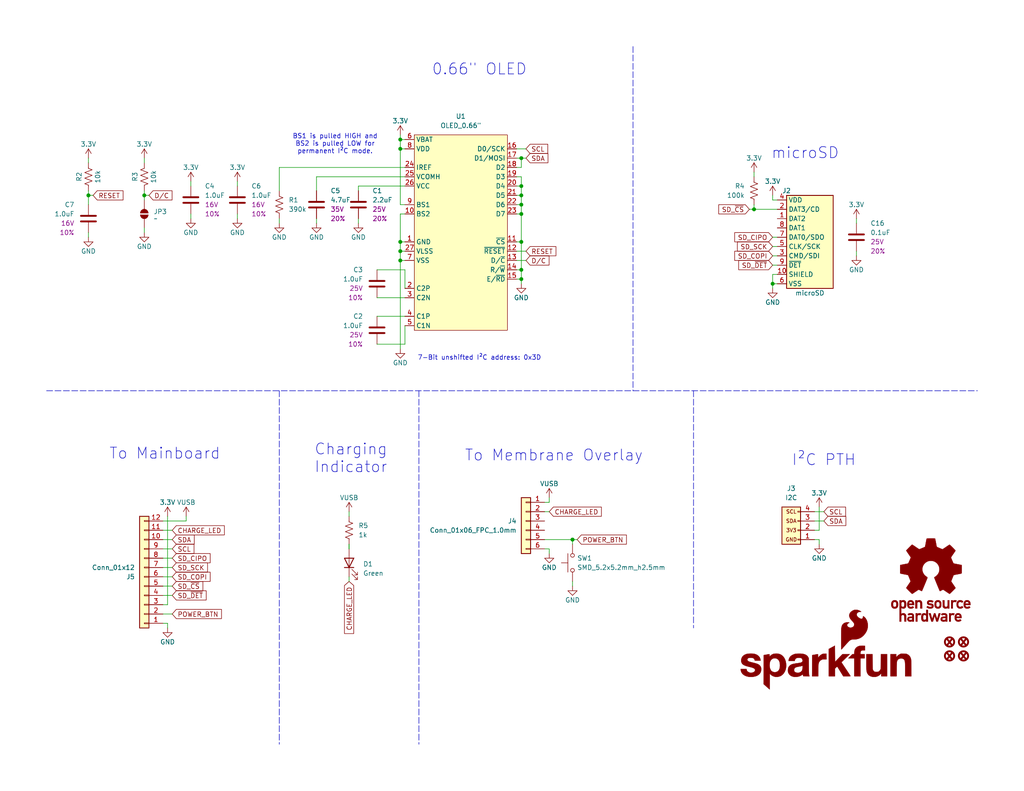
<source format=kicad_sch>
(kicad_sch (version 20231120) (generator "eeschema") (generator_version "8.0")
  (paper "USLetter")
  (title_block (title "SparkFun RTK Facet Display") (date "2024-09-16") (rev "v19") (comment 1 "Designed by: N. Seidle"))
  (lib_symbols
    (symbol "SparkFun-Aesthetic:Fiducial_0.5mm"
      (symbol "Fiducial_0.5mm_1_1"
        (text "x" (at 0 0.254 0) (effects (font (size 2.5 2.5) (bold yes))))
      )
    )
    (symbol "SparkFun-Aesthetic:OSHW_Logo" (pin_names (offset 1.016)) (in_bom no))
    (symbol "SparkFun-Aesthetic:SparkFun_Logo" (pin_names (offset 1.016)) (on_board no))
    (symbol "SparkFun-Capacitor:0.1uF_0603_25V_20%" (pin_numbers hide) (pin_names (offset 0.254))
      (property "Reference" "C" (at 0.635 2.54 0))
      (property "Value" "0.1uF" (at 0.635 -2.54 0))
      (property "Voltage" "25V" (at 0 -6.35 0))
      (property "Tolerance" "20%" (at 0 -8.89 0))
      (symbol "0.1uF_0603_25V_20%_1_1"
        (pin passive line (at 0 3.81 270) (length 2.794) (name "~") (number "1"))
        (pin passive line (at 0 -3.81 90) (length 2.794) (name "~") (number "2"))
      )
    )
    (symbol "SparkFun-Capacitor:1.0uF_0603_16V_10%" (pin_numbers hide) (pin_names (offset 0.254))
      (property "Reference" "C" (at 0.635 2.54 0))
      (property "Value" "1.0uF" (at 0.635 -2.54 0))
      (property "Voltage" "16V" (at 0 -6.35 0))
      (property "Tolerance" "10%" (at 0 -8.89 0))
      (symbol "1.0uF_0603_16V_10%_1_1"
        (pin passive line (at 0 3.81 270) (length 2.794) (name "~") (number "1"))
        (pin passive line (at 0 -3.81 90) (length 2.794) (name "~") (number "2"))
      )
    )
    (symbol "SparkFun-Capacitor:1.0uF_0805_25V_10%" (pin_numbers hide) (pin_names (offset 0.254))
      (property "Reference" "C" (at 0.635 2.54 0))
      (property "Value" "1.0uF" (at 0.635 -2.54 0))
      (property "Voltage" "25V" (at 0 -6.35 0))
      (property "Tolerance" "10%" (at 0 -8.89 0))
      (symbol "1.0uF_0805_25V_10%_1_1"
        (pin passive line (at 0 3.81 270) (length 2.794) (name "~") (number "1"))
        (pin passive line (at 0 -3.81 90) (length 2.794) (name "~") (number "2"))
      )
    )
    (symbol "SparkFun-Capacitor:2.2uF_0805_25V_20%" (pin_numbers hide) (pin_names (offset 0.254))
      (property "Reference" "C" (at 0.635 2.54 0))
      (property "Value" "2.2uF" (at 0.635 -2.54 0))
      (property "Voltage" "25V" (at 0 -6.35 0))
      (property "Tolerance" "20%" (at 0 -8.89 0))
      (symbol "2.2uF_0805_25V_20%_1_1"
        (pin passive line (at 0 3.81 270) (length 2.794) (name "~") (number "1"))
        (pin passive line (at 0 -3.81 90) (length 2.794) (name "~") (number "2"))
      )
    )
    (symbol "SparkFun-Capacitor:4.7uF_0603_35V_20%" (pin_numbers hide) (pin_names (offset 0.254))
      (property "Reference" "C" (at 0.635 2.54 0))
      (property "Value" "4.7uF" (at 0.635 -2.54 0))
      (property "Voltage" "35V" (at 0 -6.35 0))
      (property "Tolerance" "20%" (at 0 -8.89 0))
      (symbol "4.7uF_0603_35V_20%_1_1"
        (pin passive line (at 0 3.81 270) (length 2.794) (name "~") (number "1"))
        (pin passive line (at 0 -3.81 90) (length 2.794) (name "~") (number "2"))
      )
    )
    (symbol "SparkFun-Connector:Conn_01x06_FPC_1.0mm" (pin_names (offset 1.016) hide)
      (property "Reference" "J" (at 0 7.62 0))
      (property "Value" "Conn_01x06_FPC_1.0mm" (at 0 -10.16 0))
      (symbol "Conn_01x06_FPC_1.0mm_1_1"
        (pin passive line (at -5.08 5.08 0) (length 3.81) (name "Pin_1") (number "1"))
        (pin passive line (at -5.08 2.54 0) (length 3.81) (name "Pin_2") (number "2"))
        (pin passive line (at -5.08 0 0) (length 3.81) (name "Pin_3") (number "3"))
        (pin passive line (at -5.08 -2.54 0) (length 3.81) (name "Pin_4") (number "4"))
        (pin passive line (at -5.08 -5.08 0) (length 3.81) (name "Pin_5") (number "5"))
        (pin passive line (at -5.08 -7.62 0) (length 3.81) (name "Pin_6") (number "6"))
      )
    )
    (symbol "SparkFun-Connector:Conn_01x12_JST_RA" (pin_names (offset 1.016) hide)
      (property "Reference" "J" (at 0 15.24 0))
      (property "Value" "Conn_01x12" (at 0 -17.78 0))
      (symbol "Conn_01x12_JST_RA_1_1"
        (pin passive line (at -5.08 12.7 0) (length 3.81) (name "Pin_1") (number "1"))
        (pin passive line (at -5.08 -10.16 0) (length 3.81) (name "Pin_10") (number "10"))
        (pin passive line (at -5.08 -12.7 0) (length 3.81) (name "Pin_11") (number "11"))
        (pin passive line (at -5.08 -15.24 0) (length 3.81) (name "Pin_12") (number "12"))
        (pin passive line (at -5.08 10.16 0) (length 3.81) (name "Pin_2") (number "2"))
        (pin passive line (at -5.08 7.62 0) (length 3.81) (name "Pin_3") (number "3"))
        (pin passive line (at -5.08 5.08 0) (length 3.81) (name "Pin_4") (number "4"))
        (pin passive line (at -5.08 2.54 0) (length 3.81) (name "Pin_5") (number "5"))
        (pin passive line (at -5.08 0 0) (length 3.81) (name "Pin_6") (number "6"))
        (pin passive line (at -5.08 -2.54 0) (length 3.81) (name "Pin_7") (number "7"))
        (pin passive line (at -5.08 -5.08 0) (length 3.81) (name "Pin_8") (number "8"))
        (pin passive line (at -5.08 -7.62 0) (length 3.81) (name "Pin_9") (number "9"))
      )
    )
    (symbol "SparkFun-Connector:I2C_01x04" (pin_names (offset 1.016) hide)
      (property "Reference" "J" (at 0 5.08 0))
      (property "Value" "I2C" (at 0 -7.62 0))
      (symbol "I2C_01x04_1_1"
        (text "3V3" (at 1.27 -2.54 0) (effects (font (size 1 1))))
        (text "GND" (at 1.27 -5.08 0) (effects (font (size 1 1))))
        (text "SCL" (at 1.27 2.54 0) (effects (font (size 1 1))))
        (text "SDA" (at 1.27 0 0) (effects (font (size 1 1))))
        (pin passive line (at -5.08 -5.08 0) (length 3.81) (name "Pin_1") (number "1"))
        (pin passive line (at -5.08 -2.54 0) (length 3.81) (name "Pin_2") (number "2"))
        (pin passive line (at -5.08 0 0) (length 3.81) (name "Pin_3") (number "3"))
        (pin passive line (at -5.08 2.54 0) (length 3.81) (name "Pin_4") (number "4"))
      )
    )
    (symbol "SparkFun-Connector:microSD_PushPush"
      (property "Reference" "J" (at -6.35 15.24 0))
      (property "Value" "microSD" (at 0 -12.7 0))
      (symbol "microSD_PushPush_1_1"
        (pin bidirectional line (at -8.89 7.62 0) (length 2.54) (name "DAT2") (number "1"))
        (pin passive line (at -8.89 -7.62 0) (length 2.54) (name "SHIELD") (number "10"))
        (pin bidirectional line (at -8.89 10.16 0) (length 2.54) (name "DAT3/CD") (number "2"))
        (pin input line (at -8.89 -2.54 0) (length 2.54) (name "CMD/SDI") (number "3"))
        (pin power_in line (at -8.89 12.7 0) (length 2.54) (name "VDD") (number "4"))
        (pin input line (at -8.89 0 0) (length 2.54) (name "CLK/SCK") (number "5"))
        (pin power_in line (at -8.89 -10.16 0) (length 2.54) (name "VSS") (number "6"))
        (pin bidirectional line (at -8.89 2.54 0) (length 2.54) (name "DAT0/SDO") (number "7"))
        (pin bidirectional line (at -8.89 5.08 0) (length 2.54) (name "DAT1") (number "8"))
        (pin passive line (at -8.89 -5.08 0) (length 2.54) (name "~{DET}") (number "9"))
      )
    )
    (symbol "SparkFun-Display:OLED_0.66{dblquote}-SMD"
      (property "Reference" "U" (at -12.7 25.4 0))
      (property "Value" "OLED_0.66\"" (at 12.7 -30.48 0))
      (symbol "OLED_0.66{dblquote}-SMD_1_0"
        (pin bidirectional line (at -15.24 -5.08 0) (length 2.54) (name "GND") (number "1"))
        (pin bidirectional line (at -15.24 2.54 0) (length 2.54) (name "BS2") (number "10"))
        (pin bidirectional line (at 15.24 -5.08 180) (length 2.54) (name "~{CS}") (number "11"))
        (pin bidirectional line (at 15.24 -7.62 180) (length 2.54) (name "~{RESET}") (number "12"))
        (pin bidirectional line (at 15.24 -10.16 180) (length 2.54) (name "D/~{C}") (number "13"))
        (pin bidirectional line (at 15.24 -12.7 180) (length 2.54) (name "R/~{W}") (number "14"))
        (pin bidirectional line (at 15.24 -15.24 180) (length 2.54) (name "E/~{RD}") (number "15"))
        (pin bidirectional line (at 15.24 20.32 180) (length 2.54) (name "D0/SCK") (number "16"))
        (pin bidirectional line (at 15.24 17.78 180) (length 2.54) (name "D1/MOSI") (number "17"))
        (pin bidirectional line (at 15.24 15.24 180) (length 2.54) (name "D2") (number "18"))
        (pin bidirectional line (at 15.24 12.7 180) (length 2.54) (name "D3") (number "19"))
        (pin bidirectional line (at -15.24 -17.78 0) (length 2.54) (name "C2P") (number "2"))
        (pin bidirectional line (at 15.24 10.16 180) (length 2.54) (name "D4") (number "20"))
        (pin bidirectional line (at 15.24 7.62 180) (length 2.54) (name "D5") (number "21"))
        (pin bidirectional line (at 15.24 5.08 180) (length 2.54) (name "D6") (number "22"))
        (pin bidirectional line (at 15.24 2.54 180) (length 2.54) (name "D7") (number "23"))
        (pin bidirectional line (at -15.24 15.24 0) (length 2.54) (name "IREF") (number "24"))
        (pin bidirectional line (at -15.24 12.7 0) (length 2.54) (name "VCOMH") (number "25"))
        (pin bidirectional line (at -15.24 10.16 0) (length 2.54) (name "VCC") (number "26"))
        (pin bidirectional line (at -15.24 -7.62 0) (length 2.54) (name "VLSS") (number "27"))
        (pin bidirectional line (at -15.24 -5.08 0) (length 2.54) hide (name "GND") (number "28"))
        (pin bidirectional line (at -15.24 -20.32 0) (length 2.54) (name "C2N") (number "3"))
        (pin bidirectional line (at -15.24 -25.4 0) (length 2.54) (name "C1P") (number "4"))
        (pin bidirectional line (at -15.24 -27.94 0) (length 2.54) (name "C1N") (number "5"))
        (pin bidirectional line (at -15.24 22.86 0) (length 2.54) (name "VBAT") (number "6"))
        (pin bidirectional line (at -15.24 -10.16 0) (length 2.54) (name "VSS") (number "7"))
        (pin bidirectional line (at -15.24 20.32 0) (length 2.54) (name "VDD") (number "8"))
        (pin bidirectional line (at -15.24 5.08 0) (length 2.54) (name "BS1") (number "9"))
      )
    )
    (symbol "SparkFun-Jumper:SolderJumper_2_Open" (pin_numbers hide) (pin_names (offset 0) hide)
      (property "Reference" "JP" (at 0 2.032 0))
      (property "Value" "~" (at 0 -2.54 0))
      (symbol "SolderJumper_2_Open_1_1"
        (pin passive line (at -3.81 0 0) (length 2.54) (name "A") (number "1"))
        (pin passive line (at 3.81 0 180) (length 2.54) (name "B") (number "2"))
      )
    )
    (symbol "SparkFun-LED:LED_Green_1206-Bottom" (pin_numbers hide) (pin_names (offset 1.016) hide)
      (property "Reference" "D" (at 0 2.54 0))
      (property "Value" "Green" (at 0 -2.54 0))
      (symbol "LED_Green_1206-Bottom_1_1"
        (pin passive line (at -3.81 0 0) (length 2.54) (name "K") (number "1"))
        (pin passive line (at 3.81 0 180) (length 2.54) (name "A") (number "2"))
      )
    )
    (symbol "SparkFun-PowerSymbol:3.3V" (power) (pin_names (offset 0))
      (property "Value" "3.3V" (at 0 3.81 0))
      (symbol "3.3V_1_1"
        (pin power_in line (at 0 0 90) (length 0) hide (name "3.3V") (number "1"))
      )
    )
    (symbol "SparkFun-PowerSymbol:GND" (power) (pin_names (offset 0))
      (property "Value" "GND" (at 0 -3.81 0))
      (symbol "GND_1_1"
        (pin power_in line (at 0 0 270) (length 0) hide (name "GND") (number "1"))
      )
    )
    (symbol "SparkFun-PowerSymbol:VUSB" (power) (pin_names (offset 0))
      (property "Value" "VUSB" (at 0 3.81 0))
      (symbol "VUSB_1_1"
        (pin power_in line (at 0 0 90) (length 0) hide (name "VUSB") (number "1"))
      )
    )
    (symbol "SparkFun-Resistor:100k_0603" (pin_numbers hide) (pin_names (offset 0))
      (property "Reference" "R" (at 0 -2.54 0))
      (property "Value" "100k" (at 0 2.54 0))
      (symbol "100k_0603_1_1"
        (pin passive line (at 3.81 0 180) (length 1.27) (name "~") (number "1"))
        (pin passive line (at -3.81 0 0) (length 1.27) (name "~") (number "2"))
      )
    )
    (symbol "SparkFun-Resistor:10k_0603" (pin_numbers hide) (pin_names (offset 0))
      (property "Reference" "R" (at 0 -2.54 0))
      (property "Value" "10k" (at 0 2.54 0))
      (symbol "10k_0603_1_1"
        (pin passive line (at 3.81 0 180) (length 1.27) (name "~") (number "1"))
        (pin passive line (at -3.81 0 0) (length 1.27) (name "~") (number "2"))
      )
    )
    (symbol "SparkFun-Resistor:1k_0402" (pin_numbers hide) (pin_names (offset 0))
      (property "Reference" "R" (at 0 -2.54 0))
      (property "Value" "1k" (at 0 2.54 0))
      (symbol "1k_0402_1_1"
        (pin passive line (at 3.81 0 180) (length 1.27) (name "~") (number "1"))
        (pin passive line (at -3.81 0 0) (length 1.27) (name "~") (number "2"))
      )
    )
    (symbol "SparkFun-Resistor:390k_0603" (pin_numbers hide) (pin_names (offset 0))
      (property "Reference" "R" (at 0 -2.54 0))
      (property "Value" "390k" (at 0 2.54 0))
      (symbol "390k_0603_1_1"
        (pin passive line (at 3.81 0 180) (length 1.27) (name "~") (number "1"))
        (pin passive line (at -3.81 0 0) (length 1.27) (name "~") (number "2"))
      )
    )
    (symbol "SparkFun-Switch:SPST_Push_SMD_5.2x5.2mm_h2.5mm" (pin_numbers hide) (pin_names (offset 0) hide)
      (property "Reference" "SW" (at 0 5.08 0))
      (property "Value" "SMD_5.2x5.2mm_h2.5mm" (at 0 -2.54 0))
      (symbol "SPST_Push_SMD_5.2x5.2mm_h2.5mm_0_1"
        (pin passive line (at -5.08 0 0) (length 2.54) (name "1") (number "1"))
      )
      (symbol "SPST_Push_SMD_5.2x5.2mm_h2.5mm_1_1"
        (pin passive line (at 5.08 0 180) (length 2.54) (name "2") (number "2"))
      )
    )
  )
  (junction (at 142.24 43.18))
  (junction (at 156.21 147.32))
  (junction (at 142.24 55.88))
  (junction (at 109.22 66.04))
  (junction (at 142.24 53.34))
  (junction (at 210.82 77.47))
  (junction (at 109.22 68.58))
  (junction (at 109.22 71.12))
  (junction (at 109.22 40.64))
  (junction (at 142.24 58.42))
  (junction (at 205.74 57.15))
  (junction (at 39.37 53.34))
  (junction (at 142.24 73.66))
  (junction (at 142.24 76.2))
  (junction (at 142.24 66.04))
  (junction (at 109.22 38.1))
  (junction (at 142.24 50.8))
  (junction (at 24.13 53.34))
  (wire (pts (xy 76.2 45.72) (xy 76.2 52.07)) (stroke (width 0.1524)))
  (wire (pts (xy 212.09 54.61) (xy 210.82 54.61)) (stroke (width 0.1524)))
  (wire (pts (xy 44.45 149.86) (xy 46.99 149.86)))
  (wire (pts (xy 142.24 48.26) (xy 142.24 50.8)))
  (wire (pts (xy 109.22 71.12) (xy 109.22 95.25)) (stroke (width 0.1524)))
  (wire (pts (xy 95.25 148.59) (xy 95.25 149.86)) (stroke (width 0.1524)))
  (wire (pts (xy 109.22 40.64) (xy 110.49 40.64)) (stroke (width 0.1524)))
  (wire (pts (xy 44.45 157.48) (xy 46.99 157.48)) (stroke (width 0.1524)))
  (wire (pts (xy 24.13 53.34) (xy 24.13 55.88)) (stroke (width 0.1524)))
  (wire (pts (xy 142.24 55.88) (xy 142.24 58.42)))
  (wire (pts (xy 223.52 147.32) (xy 223.52 148.59)) (stroke (width 0.1524)))
  (wire (pts (xy 44.45 154.94) (xy 46.99 154.94)) (stroke (width 0.1524)))
  (wire (pts (xy 24.13 64.77) (xy 24.13 63.5)) (stroke (width 0.1524)))
  (wire (pts (xy 222.25 147.32) (xy 223.52 147.32)) (stroke (width 0.1524)))
  (wire (pts (xy 156.21 160.02) (xy 156.21 158.75)) (stroke (width 0.1524)))
  (wire (pts (xy 110.49 38.1) (xy 109.22 38.1)) (stroke (width 0.1524)))
  (wire (pts (xy 210.82 54.61) (xy 210.82 53.34)) (stroke (width 0.1524)))
  (wire (pts (xy 45.72 170.18) (xy 45.72 171.45)) (stroke (width 0.1524)))
  (wire (pts (xy 97.79 60.96) (xy 97.79 59.69)) (stroke (width 0.1524)))
  (wire (pts (xy 110.49 73.66) (xy 110.49 78.74)) (stroke (width 0.1524)))
  (wire (pts (xy 109.22 38.1) (xy 109.22 40.64)) (stroke (width 0.1524)))
  (wire (pts (xy 109.22 68.58) (xy 109.22 71.12)) (stroke (width 0.1524)))
  (wire (pts (xy 222.25 144.78) (xy 223.52 144.78)) (stroke (width 0.1524)))
  (wire (pts (xy 212.09 74.93) (xy 210.82 74.93)) (stroke (width 0.1524)))
  (wire (pts (xy 210.82 74.93) (xy 210.82 77.47)) (stroke (width 0.1524)))
  (wire (pts (xy 86.36 60.96) (xy 86.36 59.69)))
  (wire (pts (xy 142.24 73.66) (xy 142.24 76.2)))
  (wire (pts (xy 50.8 142.24) (xy 50.8 140.97)) (stroke (width 0.1524)))
  (wire (pts (xy 210.82 77.47) (xy 210.82 78.74)) (stroke (width 0.1524)))
  (wire (pts (xy 222.25 142.24) (xy 224.79 142.24)) (stroke (width 0.1524)))
  (wire (pts (xy 143.51 71.12) (xy 140.97 71.12)))
  (wire (pts (xy 95.25 149.86) (xy 95.25 148.59)))
  (wire (pts (xy 110.49 66.04) (xy 109.22 66.04)) (stroke (width 0.1524)))
  (wire (pts (xy 149.86 137.16) (xy 149.86 135.89)) (stroke (width 0.1524)))
  (wire (pts (xy 142.24 53.34) (xy 142.24 55.88)))
  (wire (pts (xy 109.22 66.04) (xy 109.22 68.58)) (stroke (width 0.1524)))
  (wire (pts (xy 140.97 48.26) (xy 142.24 48.26)))
  (wire (pts (xy 24.13 53.34) (xy 25.4 53.34)) (stroke (width 0.1524)))
  (wire (pts (xy 45.72 140.97) (xy 45.72 165.1)) (stroke (width 0.1524)))
  (wire (pts (xy 110.49 71.12) (xy 109.22 71.12)) (stroke (width 0.1524)))
  (wire (pts (xy 97.79 50.8) (xy 97.79 52.07)) (stroke (width 0.1524)))
  (wire (pts (xy 148.59 137.16) (xy 149.86 137.16)) (stroke (width 0.1524)))
  (wire (pts (xy 210.82 72.39) (xy 212.09 72.39)))
  (wire (pts (xy 44.45 142.24) (xy 50.8 142.24)) (stroke (width 0.1524)))
  (wire (pts (xy 233.68 69.85) (xy 233.68 68.58)) (stroke (width 0.1524)))
  (wire (pts (xy 142.24 76.2) (xy 142.24 77.47)))
  (polyline (pts (xy 76.2 106.68) (xy 76.2 203.2)) (stroke (width 0) (type dash)))
  (wire (pts (xy 140.97 43.18) (xy 142.24 43.18)) (stroke (width 0.1524)))
  (wire (pts (xy 24.13 52.07) (xy 24.13 53.34)) (stroke (width 0.1524)))
  (wire (pts (xy 140.97 58.42) (xy 142.24 58.42)))
  (wire (pts (xy 149.86 149.86) (xy 149.86 151.13)) (stroke (width 0.1524)))
  (wire (pts (xy 110.49 68.58) (xy 109.22 68.58)) (stroke (width 0.1524)))
  (wire (pts (xy 140.97 73.66) (xy 142.24 73.66)))
  (wire (pts (xy 109.22 38.1) (xy 109.22 36.83)) (stroke (width 0.1524)))
  (wire (pts (xy 44.45 160.02) (xy 46.99 160.02)) (stroke (width 0.1524)))
  (wire (pts (xy 109.22 40.64) (xy 109.22 55.88)) (stroke (width 0.1524)))
  (wire (pts (xy 109.22 58.42) (xy 109.22 66.04)) (stroke (width 0.1524)))
  (wire (pts (xy 140.97 55.88) (xy 142.24 55.88)))
  (wire (pts (xy 102.87 93.98) (xy 110.49 93.98)) (stroke (width 0.1524)))
  (wire (pts (xy 110.49 55.88) (xy 109.22 55.88)) (stroke (width 0.1524)))
  (wire (pts (xy 110.49 48.26) (xy 86.36 48.26)) (stroke (width 0.1524)))
  (wire (pts (xy 140.97 66.04) (xy 142.24 66.04)))
  (wire (pts (xy 140.97 53.34) (xy 142.24 53.34)))
  (wire (pts (xy 39.37 52.07) (xy 39.37 53.34)) (stroke (width 0.1524)))
  (wire (pts (xy 110.49 93.98) (xy 110.49 88.9)) (stroke (width 0.1524)))
  (wire (pts (xy 44.45 170.18) (xy 45.72 170.18)) (stroke (width 0.1524)))
  (wire (pts (xy 52.07 59.69) (xy 52.07 58.42)) (stroke (width 0.1524)))
  (wire (pts (xy 52.07 49.53) (xy 52.07 50.8)) (stroke (width 0.1524)))
  (wire (pts (xy 212.09 64.77) (xy 210.82 64.77)) (stroke (width 0.1524)))
  (wire (pts (xy 142.24 66.04) (xy 142.24 73.66)))
  (wire (pts (xy 44.45 152.4) (xy 46.99 152.4)) (stroke (width 0.1524)))
  (wire (pts (xy 64.77 49.53) (xy 64.77 50.8)) (stroke (width 0.1524)))
  (wire (pts (xy 110.49 86.36) (xy 102.87 86.36)) (stroke (width 0.1524)))
  (wire (pts (xy 39.37 43.18) (xy 39.37 44.45)) (stroke (width 0.1524)))
  (wire (pts (xy 142.24 50.8) (xy 142.24 53.34)))
  (wire (pts (xy 142.24 43.18) (xy 143.51 43.18)) (stroke (width 0.1524)))
  (wire (pts (xy 86.36 48.26) (xy 86.36 52.07)) (stroke (width 0.1524)))
  (wire (pts (xy 205.74 55.88) (xy 205.74 57.15)) (stroke (width 0.1524)))
  (wire (pts (xy 76.2 45.72) (xy 110.49 45.72)) (stroke (width 0.1524)))
  (wire (pts (xy 39.37 53.34) (xy 39.37 54.61)) (stroke (width 0.1524)))
  (wire (pts (xy 142.24 45.72) (xy 142.24 43.18)) (stroke (width 0.1524)))
  (polyline (pts (xy 12.7 106.68) (xy 266.7 106.68)) (stroke (width 0) (type dash)))
  (wire (pts (xy 210.82 77.47) (xy 212.09 77.47)))
  (wire (pts (xy 205.74 57.15) (xy 204.47 57.15)) (stroke (width 0.1524)))
  (wire (pts (xy 24.13 43.18) (xy 24.13 44.45)) (stroke (width 0.1524)))
  (wire (pts (xy 142.24 58.42) (xy 142.24 66.04)))
  (wire (pts (xy 64.77 59.69) (xy 64.77 58.42)) (stroke (width 0.1524)))
  (polyline (pts (xy 189.23 106.68) (xy 189.23 171.45)) (stroke (width 0) (type dash)))
  (wire (pts (xy 148.59 139.7) (xy 149.86 139.7)) (stroke (width 0.1524)))
  (wire (pts (xy 212.09 57.15) (xy 205.74 57.15)) (stroke (width 0.1524)))
  (wire (pts (xy 223.52 144.78) (xy 223.52 138.43)) (stroke (width 0.1524)))
  (wire (pts (xy 76.2 59.69) (xy 76.2 60.96)) (stroke (width 0.1524)))
  (wire (pts (xy 143.51 68.58) (xy 140.97 68.58)))
  (wire (pts (xy 222.25 139.7) (xy 224.79 139.7)) (stroke (width 0.1524)))
  (wire (pts (xy 156.21 148.59) (xy 156.21 147.32)) (stroke (width 0.1524)))
  (wire (pts (xy 140.97 45.72) (xy 142.24 45.72)) (stroke (width 0.1524)))
  (wire (pts (xy 233.68 59.69) (xy 233.68 60.96)) (stroke (width 0.1524)))
  (wire (pts (xy 44.45 144.78) (xy 46.99 144.78)) (stroke (width 0.1524)))
  (wire (pts (xy 44.45 147.32) (xy 46.99 147.32)))
  (wire (pts (xy 156.21 147.32) (xy 157.48 147.32)) (stroke (width 0.1524)))
  (wire (pts (xy 140.97 76.2) (xy 142.24 76.2)))
  (wire (pts (xy 205.74 46.99) (xy 205.74 48.26)) (stroke (width 0.1524)))
  (wire (pts (xy 95.25 140.97) (xy 95.25 139.7)) (stroke (width 0.1524)))
  (polyline (pts (xy 172.72 12.7) (xy 172.72 106.68)) (stroke (width 0) (type dash)))
  (polyline (pts (xy 114.3 106.68) (xy 114.3 203.2)) (stroke (width 0) (type dash)))
  (wire (pts (xy 44.45 167.64) (xy 46.99 167.64)) (stroke (width 0.1524)))
  (wire (pts (xy 140.97 50.8) (xy 142.24 50.8)))
  (wire (pts (xy 109.22 58.42) (xy 110.49 58.42)) (stroke (width 0.1524)))
  (wire (pts (xy 95.25 157.48) (xy 95.25 158.75)) (stroke (width 0.1524)))
  (wire (pts (xy 110.49 50.8) (xy 97.79 50.8)) (stroke (width 0.1524)))
  (wire (pts (xy 140.97 40.64) (xy 143.51 40.64)) (stroke (width 0.1524)))
  (wire (pts (xy 102.87 73.66) (xy 110.49 73.66)) (stroke (width 0.1524)))
  (wire (pts (xy 212.09 69.85) (xy 210.82 69.85)) (stroke (width 0.1524)))
  (wire (pts (xy 148.59 149.86) (xy 149.86 149.86)) (stroke (width 0.1524)))
  (wire (pts (xy 44.45 162.56) (xy 46.99 162.56)))
  (wire (pts (xy 40.64 53.34) (xy 39.37 53.34)) (stroke (width 0.1524)))
  (wire (pts (xy 212.09 67.31) (xy 210.82 67.31)) (stroke (width 0.1524)))
  (wire (pts (xy 110.49 81.28) (xy 102.87 81.28)) (stroke (width 0.1524)))
  (wire (pts (xy 44.45 165.1) (xy 45.72 165.1)) (stroke (width 0.1524)))
  (wire (pts (xy 39.37 63.5) (xy 39.37 62.23)) (stroke (width 0.1524)))
  (wire (pts (xy 148.59 147.32) (xy 156.21 147.32)) (stroke (width 0.1524)))
  (text "7-Bit unshifted I²C address: 0x3D" (at 130.81 97.79 0) (effects (font (size 1.27 1.27))))
  (text "BS1 is pulled HIGH and\nBS2 is pulled LOW for\npermanent I²C mode." (at 91.44 39.37 0) (effects (font (size 1.27 1.27))))
  (text "0.66\" OLED" (at 130.81 19.05 0) (effects (font (size 3 3))))
  (text "To Membrane Overlay" (at 151.13 124.46 0) (effects (font (size 3 3))))
  (text "I²C PTH" (at 224.79 125.73 0) (effects (font (size 3 3))))
  (text "To Mainboard" (at 44.958 123.952 0) (effects (font (size 3 3))))
  (text "Charging\nIndicator" (at 95.758 125.222 0) (effects (font (size 3 3))))
  (text "microSD" (at 219.71 41.91 0) (effects (font (size 3 3))))
  (global_label "POWER_BTN" (shape input) (at 157.48 147.32 0) (property "Intersheetrefs" "${INTERSHEET_REFS}" (effects (hide yes))))
  (global_label "SD_SCK" (shape input) (at 210.82 67.31 180) (property "Intersheetrefs" "${INTERSHEET_REFS}" (effects (hide yes))))
  (global_label "SD_~{CS}" (shape input) (at 46.99 160.02 0) (property "Intersheetrefs" "${INTERSHEET_REFS}" (effects (hide yes))))
  (global_label "CHARGE_LED" (shape input) (at 95.25 158.75 270) (property "Intersheetrefs" "${INTERSHEET_REFS}" (effects (hide yes))))
  (global_label "POWER_BTN" (shape input) (at 46.99 167.64 0) (property "Intersheetrefs" "${INTERSHEET_REFS}" (effects (hide yes))))
  (global_label "D/C" (shape input) (at 40.64 53.34 0) (property "Intersheetrefs" "${INTERSHEET_REFS}" (effects (hide yes))))
  (global_label "SCL" (shape input) (at 224.79 139.7 0) (property "Intersheetrefs" "${INTERSHEET_REFS}" (effects (hide yes))))
  (global_label "SD_CIPO" (shape input) (at 210.82 64.77 180) (property "Intersheetrefs" "${INTERSHEET_REFS}" (effects (hide yes))))
  (global_label "RESET" (shape input) (at 143.51 68.58 0) (property "Intersheetrefs" "${INTERSHEET_REFS}" (effects (hide yes))))
  (global_label "SD_COPI" (shape input) (at 210.82 69.85 180) (property "Intersheetrefs" "${INTERSHEET_REFS}" (effects (hide yes))))
  (global_label "SD_~{DET}" (shape input) (at 210.82 72.39 180) (property "Intersheetrefs" "${INTERSHEET_REFS}" (effects (hide yes))))
  (global_label "SDA" (shape input) (at 224.79 142.24 0) (property "Intersheetrefs" "${INTERSHEET_REFS}" (effects (hide yes))))
  (global_label "CHARGE_LED" (shape input) (at 46.99 144.78 0) (property "Intersheetrefs" "${INTERSHEET_REFS}" (effects (hide yes))))
  (global_label "SDA" (shape input) (at 143.51 43.18 0) (property "Intersheetrefs" "${INTERSHEET_REFS}" (effects (hide yes))))
  (global_label "SD_~{DET}" (shape input) (at 46.99 162.56 0) (property "Intersheetrefs" "${INTERSHEET_REFS}" (effects (hide yes))))
  (global_label "CHARGE_LED" (shape input) (at 149.86 139.7 0) (property "Intersheetrefs" "${INTERSHEET_REFS}" (effects (hide yes))))
  (global_label "SCL" (shape input) (at 143.51 40.64 0) (property "Intersheetrefs" "${INTERSHEET_REFS}" (effects (hide yes))))
  (global_label "SCL" (shape input) (at 46.99 149.86 0) (property "Intersheetrefs" "${INTERSHEET_REFS}" (effects (hide yes))))
  (global_label "RESET" (shape input) (at 25.4 53.34 0) (property "Intersheetrefs" "${INTERSHEET_REFS}" (effects (hide yes))))
  (global_label "SD_SCK" (shape input) (at 46.99 154.94 0) (property "Intersheetrefs" "${INTERSHEET_REFS}" (effects (hide yes))))
  (global_label "SD_~{CS}" (shape input) (at 204.47 57.15 180) (property "Intersheetrefs" "${INTERSHEET_REFS}" (effects (hide yes))))
  (global_label "SD_COPI" (shape input) (at 46.99 157.48 0) (property "Intersheetrefs" "${INTERSHEET_REFS}" (effects (hide yes))))
  (global_label "SD_CIPO" (shape input) (at 46.99 152.4 0) (property "Intersheetrefs" "${INTERSHEET_REFS}" (effects (hide yes))))
  (global_label "D/C" (shape input) (at 143.51 71.12 0) (property "Intersheetrefs" "${INTERSHEET_REFS}" (effects (hide yes))))
  (global_label "SDA" (shape input) (at 46.99 147.32 0) (property "Intersheetrefs" "${INTERSHEET_REFS}" (effects (hide yes))))
  (symbol (lib_id "SparkFun-Aesthetic:Fiducial_0.5mm") (at 262.89 179.07 0) (unit 1)
    (property "Reference" "FID4" (effects (hide yes)))
    (property "Value" "Fiducial_0.5mm" (effects (hide yes)))
    (property "Footprint" "SparkFun-Aesthetic:Fiducial_0.5mm_Mask1mm" (effects (hide yes)))
    (property "Description" "Fiducial Marker" (effects (hide yes)))
  )
  (symbol (lib_id "SparkFun-Connector:Conn_01x12_JST_RA") (at 39.37 157.48 180) (unit 1)
    (property "Reference" "J5" (at 36.83 157.4801 0) (effects (justify left)))
    (property "Value" "Conn_01x12" (at 36.83 154.9401 0) (effects (justify left)))
    (property "Footprint" "SparkFun-Connector:JST_SMD_1.0mm-12_RA" (effects (hide yes)))
    (property "Datasheet" "https://www.jst-mfg.com/product/pdf/eng/eSH.pdf" (effects (hide yes)))
    (property "Description" "SMD 12 pin friction fit JST connector" (effects (hide yes)))
    (property "PROD_ID" "CONN-23694" (effects (hide yes)))
  )
  (symbol (lib_id "SparkFun-Capacitor:2.2uF_0805_25V_20%") (at 97.79 55.88 0) (unit 1)
    (property "Reference" "C1" (at 101.6 52.0699 0) (effects (justify left)))
    (property "Value" "2.2uF" (at 101.6 54.6099 0) (effects (justify left)))
    (property "Footprint" "SparkFun-Capacitor:C_0805_2012Metric" (effects (hide yes)))
    (property "Datasheet" "https://cdn.sparkfun.com/assets/8/a/4/a/5/Kemet_Capacitor_Datasheet.pdf" (effects (hide yes)))
    (property "Description" "Unpolarized capacitor" (effects (hide yes)))
    (property "PROD_ID" "CAP-11624" (effects (hide yes)))
    (property "Voltage" "25V" (at 101.6 57.1499 0) (effects (justify left)))
    (property "Tolerance" "20%" (at 101.6 59.6899 0) (effects (justify left)))
  )
  (symbol (lib_id "SparkFun-Connector:I2C_01x04") (at 217.17 142.24 0) (mirror y) (unit 1)
    (property "Reference" "J3" (at 215.9 133.35 0))
    (property "Value" "I2C" (at 215.9 135.89 0))
    (property "Footprint" "SparkFun-Connector:1x04" (effects (hide yes)))
    (property "Description" "Coomon 4 pin PTH connector for I2C" (effects (hide yes)))
  )
  (symbol (lib_id "SparkFun-PowerSymbol:GND") (at 223.52 148.59 0) (unit 1)
    (property "Reference" "#PWR05" (effects (hide yes)))
    (property "Value" "GND" (at 223.52 152.4 0))
    (property "Description" "Power symbol creates a global label with name \"GND\" , ground" (effects (hide yes)))
  )
  (symbol (lib_id "SparkFun-PowerSymbol:GND") (at 24.13 64.77 0) (unit 1)
    (property "Reference" "#PWR0105" (effects (hide yes)))
    (property "Value" "GND" (at 24.13 68.58 0))
    (property "Description" "Power symbol creates a global label with name \"GND\" , ground" (effects (hide yes)))
  )
  (symbol (lib_id "SparkFun-Aesthetic:Fiducial_0.5mm") (at 259.08 175.26 0) (unit 1)
    (property "Reference" "FID1" (effects (hide yes)))
    (property "Value" "Fiducial_0.5mm" (effects (hide yes)))
    (property "Footprint" "SparkFun-Aesthetic:Fiducial_0.5mm_Mask1mm" (effects (hide yes)))
    (property "Description" "Fiducial Marker" (effects (hide yes)))
  )
  (symbol (lib_id "SparkFun-Capacitor:4.7uF_0603_35V_20%") (at 86.36 55.88 0) (mirror y) (unit 1)
    (property "Reference" "C5" (at 90.17 52.0699 0) (effects (justify right)))
    (property "Value" "4.7uF" (at 90.17 54.6099 0) (effects (justify right)))
    (property "Footprint" "SparkFun-Capacitor:C_0603_1608Metric" (effects (hide yes)))
    (property "Datasheet" "https://cdn.sparkfun.com/assets/8/a/4/a/5/Kemet_Capacitor_Datasheet.pdf" (effects (hide yes)))
    (property "Description" "Unpolarized capacitor" (effects (hide yes)))
    (property "PROD_ID" "CAP-14106" (effects (hide yes)))
    (property "Voltage" "35V" (at 90.17 57.1499 0) (effects (justify right)))
    (property "Tolerance" "20%" (at 90.17 59.6899 0) (effects (justify right)))
  )
  (symbol (lib_id "SparkFun-PowerSymbol:3.3V") (at 233.68 59.69 0) (unit 1)
    (property "Reference" "#PWR027" (effects (hide yes)))
    (property "Value" "3.3V" (at 233.68 55.88 0))
    (property "Description" "Power symbol creates a global label with name \"3.3V\"" (effects (hide yes)))
  )
  (symbol (lib_id "SparkFun-PowerSymbol:GND") (at 86.36 60.96 0) (unit 1)
    (property "Reference" "#PWR021" (effects (hide yes)))
    (property "Value" "GND" (at 86.36 64.77 0))
    (property "Description" "Power symbol creates a global label with name \"GND\" , ground" (effects (hide yes)))
  )
  (symbol (lib_id "SparkFun-PowerSymbol:GND") (at 52.07 59.69 0) (unit 1)
    (property "Reference" "#PWR0102" (effects (hide yes)))
    (property "Value" "GND" (at 52.07 63.5 0))
    (property "Description" "Power symbol creates a global label with name \"GND\" , ground" (effects (hide yes)))
  )
  (symbol (lib_id "SparkFun-PowerSymbol:3.3V") (at 45.72 140.97 0) (unit 1)
    (property "Reference" "#PWR03" (effects (hide yes)))
    (property "Value" "3.3V" (at 45.72 137.16 0))
    (property "Description" "Power symbol creates a global label with name \"3.3V\"" (effects (hide yes)))
  )
  (symbol (lib_id "SparkFun-Resistor:10k_0603") (at 24.13 48.26 270) (unit 1)
    (property "Reference" "R2" (at 21.59 48.26 0))
    (property "Value" "10k" (at 26.67 48.26 0))
    (property "Footprint" "SparkFun-Resistor:R_0603_1608Metric" (effects (hide yes)))
    (property "Datasheet" "https://www.vishay.com/docs/20035/dcrcwe3.pdf" (effects (hide yes)))
    (property "Description" "Resistor" (effects (hide yes)))
    (property "PROD_ID" "RES-00824" (effects (hide yes)))
  )
  (symbol (lib_id "SparkFun-Capacitor:1.0uF_0603_16V_10%") (at 24.13 59.69 0) (unit 1)
    (property "Reference" "C7" (at 20.32 55.8799 0) (effects (justify right)))
    (property "Value" "1.0uF" (at 20.32 58.4199 0) (effects (justify right)))
    (property "Footprint" "SparkFun-Capacitor:C_0603_1608Metric" (effects (hide yes)))
    (property "Datasheet" "https://cdn.sparkfun.com/assets/8/a/4/a/5/Kemet_Capacitor_Datasheet.pdf" (effects (hide yes)))
    (property "Description" "Unpolarized capacitor" (effects (hide yes)))
    (property "PROD_ID" "CAP-13930" (effects (hide yes)))
    (property "Voltage" "16V" (at 20.32 60.9599 0) (effects (justify right)))
    (property "Tolerance" "10%" (at 20.32 63.4999 0) (effects (justify right)))
  )
  (symbol (lib_id "SparkFun-Resistor:100k_0603") (at 205.74 52.07 90) (unit 1)
    (property "Reference" "R4" (at 203.2 50.7999 90) (effects (justify left)))
    (property "Value" "100k" (at 203.2 53.3399 90) (effects (justify left)))
    (property "Footprint" "SparkFun-Resistor:R_0603_1608Metric" (effects (hide yes)))
    (property "Datasheet" "https://www.vishay.com/docs/20035/dcrcwe3.pdf" (effects (hide yes)))
    (property "Description" "Resistor" (effects (hide yes)))
    (property "PROD_ID" "RES-07828" (effects (hide yes)))
  )
  (symbol (lib_id "SparkFun-Resistor:390k_0603") (at 76.2 55.88 90) (unit 1)
    (property "Reference" "R1" (at 78.74 54.6099 90) (effects (justify right)))
    (property "Value" "390k" (at 78.74 57.1499 90) (effects (justify right)))
    (property "Footprint" "SparkFun-Resistor:R_0603_1608Metric" (effects (hide yes)))
    (property "Datasheet" "https://www.vishay.com/docs/20035/dcrcwe3.pdf" (effects (hide yes)))
    (property "Description" "Resistor" (effects (hide yes)))
    (property "PROD_ID" "RES-12024" (effects (hide yes)))
  )
  (symbol (lib_id "SparkFun-PowerSymbol:VUSB") (at 50.8 140.97 0) (unit 1)
    (property "Reference" "#PWR010" (effects (hide yes)))
    (property "Value" "VUSB" (at 50.8 137.16 0))
    (property "Description" "Power symbol creates a global label with name \"VUSB\"" (effects (hide yes)))
  )
  (symbol (lib_id "SparkFun-Capacitor:1.0uF_0805_25V_10%") (at 102.87 77.47 0) (mirror y) (unit 1)
    (property "Reference" "C3" (at 99.06 73.6599 0) (effects (justify left)))
    (property "Value" "1.0uF" (at 99.06 76.1999 0) (effects (justify left)))
    (property "Footprint" "SparkFun-Capacitor:C_0805_2012Metric" (effects (hide yes)))
    (property "Datasheet" "https://cdn.sparkfun.com/assets/8/a/4/a/5/Kemet_Capacitor_Datasheet.pdf" (effects (hide yes)))
    (property "Description" "Unpolarized capacitor" (effects (hide yes)))
    (property "PROD_ID" "CAP-08064" (effects (hide yes)))
    (property "Voltage" "25V" (at 99.06 78.7399 0) (effects (justify left)))
    (property "Tolerance" "10%" (at 99.06 81.2799 0) (effects (justify left)))
  )
  (symbol (lib_id "SparkFun-Capacitor:1.0uF_0603_16V_10%") (at 52.07 54.61 0) (unit 1)
    (property "Reference" "C4" (at 55.88 50.7999 0) (effects (justify left)))
    (property "Value" "1.0uF" (at 55.88 53.3399 0) (effects (justify left)))
    (property "Footprint" "SparkFun-Capacitor:C_0603_1608Metric" (effects (hide yes)))
    (property "Datasheet" "https://cdn.sparkfun.com/assets/8/a/4/a/5/Kemet_Capacitor_Datasheet.pdf" (effects (hide yes)))
    (property "Description" "Unpolarized capacitor" (effects (hide yes)))
    (property "PROD_ID" "CAP-13930" (effects (hide yes)))
    (property "Voltage" "16V" (at 55.88 55.8799 0) (effects (justify left)))
    (property "Tolerance" "10%" (at 55.88 58.4199 0) (effects (justify left)))
  )
  (symbol (lib_id "SparkFun-PowerSymbol:GND") (at 64.77 59.69 0) (unit 1)
    (property "Reference" "#PWR0104" (effects (hide yes)))
    (property "Value" "GND" (at 64.77 63.5 0))
    (property "Description" "Power symbol creates a global label with name \"GND\" , ground" (effects (hide yes)))
  )
  (symbol (lib_id "SparkFun-PowerSymbol:GND") (at 97.79 60.96 0) (unit 1)
    (property "Reference" "#PWR023" (effects (hide yes)))
    (property "Value" "GND" (at 97.79 64.77 0))
    (property "Description" "Power symbol creates a global label with name \"GND\" , ground" (effects (hide yes)))
  )
  (symbol (lib_id "SparkFun-PowerSymbol:3.3V") (at 52.07 49.53 0) (unit 1)
    (property "Reference" "#PWR02" (effects (hide yes)))
    (property "Value" "3.3V" (at 52.07 45.72 0))
    (property "Description" "Power symbol creates a global label with name \"3.3V\"" (effects (hide yes)))
  )
  (symbol (lib_id "SparkFun-PowerSymbol:GND") (at 149.86 151.13 0) (unit 1)
    (property "Reference" "#PWR07" (effects (hide yes)))
    (property "Value" "GND" (at 149.86 154.94 0))
    (property "Description" "Power symbol creates a global label with name \"GND\" , ground" (effects (hide yes)))
  )
  (symbol (lib_id "SparkFun-Jumper:SolderJumper_2_Open") (at 39.37 58.42 90) (unit 1)
    (property "Reference" "JP3" (at 41.91 57.7849 90) (effects (justify right)))
    (property "Value" "~" (at 41.91 59.69 90) (effects (justify right)))
    (property "Footprint" "SparkFun-Jumper:Jumper_2_NO" (effects (hide yes)))
    (property "Description" "Solder Jumper, 2-pole, open" (effects (hide yes)))
  )
  (symbol (lib_id "SparkFun-Aesthetic:OSHW_Logo") (at 254 162.56 0) (unit 1) (in_bom no)
    (property "Reference" "G2" (effects (hide yes)))
    (property "Value" "OSHW_Logo" (effects (hide yes)))
    (property "Footprint" "SparkFun-Aesthetic:Creative_Commons_License" (effects (hide yes)))
  )
  (symbol (lib_id "SparkFun-LED:LED_Green_1206-Bottom") (at 95.25 153.67 90) (unit 1)
    (property "Reference" "D1" (at 99.06 153.9874 90) (effects (justify right)))
    (property "Value" "Green" (at 99.06 156.5274 90) (effects (justify right)))
    (property "Footprint" "SparkFun-LED:LED_1206_Bottom_Green" (effects (hide yes)))
    (property "Datasheet" "https://optoelectronics.liteon.com/upload/download/DS22-2000-256/LTST-C230KGKT.pdf" (effects (hide yes)))
    (property "Description" "Light emitting diode, bottom mount" (effects (hide yes)))
    (property "PROD_ID" "DIO-11076" (effects (hide yes)))
  )
  (symbol (lib_id "SparkFun-PowerSymbol:GND") (at 210.82 78.74 0) (unit 1)
    (property "Reference" "#PWR045" (effects (hide yes)))
    (property "Value" "GND" (at 210.82 82.55 0))
    (property "Description" "Power symbol creates a global label with name \"GND\" , ground" (effects (hide yes)))
  )
  (symbol (lib_id "SparkFun-PowerSymbol:GND") (at 39.37 63.5 0) (unit 1)
    (property "Reference" "#PWR0103" (effects (hide yes)))
    (property "Value" "GND" (at 39.37 67.31 0))
    (property "Description" "Power symbol creates a global label with name \"GND\" , ground" (effects (hide yes)))
  )
  (symbol (lib_id "SparkFun-Capacitor:1.0uF_0603_16V_10%") (at 64.77 54.61 0) (unit 1)
    (property "Reference" "C6" (at 68.58 50.7999 0) (effects (justify left)))
    (property "Value" "1.0uF" (at 68.58 53.3399 0) (effects (justify left)))
    (property "Footprint" "SparkFun-Capacitor:C_0603_1608Metric" (effects (hide yes)))
    (property "Datasheet" "https://cdn.sparkfun.com/assets/8/a/4/a/5/Kemet_Capacitor_Datasheet.pdf" (effects (hide yes)))
    (property "Description" "Unpolarized capacitor" (effects (hide yes)))
    (property "PROD_ID" "CAP-13930" (effects (hide yes)))
    (property "Voltage" "16V" (at 68.58 55.8799 0) (effects (justify left)))
    (property "Tolerance" "10%" (at 68.58 58.4199 0) (effects (justify left)))
  )
  (symbol (lib_id "SparkFun-PowerSymbol:3.3V") (at 109.22 36.83 0) (unit 1)
    (property "Reference" "#PWR014" (effects (hide yes)))
    (property "Value" "3.3V" (at 109.22 33.02 0))
    (property "Description" "Power symbol creates a global label with name \"3.3V\"" (effects (hide yes)))
  )
  (symbol (lib_id "SparkFun-Resistor:10k_0603") (at 39.37 48.26 270) (mirror x) (unit 1)
    (property "Reference" "R3" (at 36.83 48.26 0))
    (property "Value" "10k" (at 41.91 48.26 0))
    (property "Footprint" "SparkFun-Resistor:R_0603_1608Metric" (effects (hide yes)))
    (property "Datasheet" "https://www.vishay.com/docs/20035/dcrcwe3.pdf" (effects (hide yes)))
    (property "Description" "Resistor" (effects (hide yes)))
    (property "PROD_ID" "RES-00824" (effects (hide yes)))
  )
  (symbol (lib_id "SparkFun-Resistor:1k_0402") (at 95.25 144.78 90) (unit 1)
    (property "Reference" "R5" (at 97.79 143.5099 90) (effects (justify right)))
    (property "Value" "1k" (at 97.79 146.0499 90) (effects (justify right)))
    (property "Footprint" "SparkFun-Resistor:R_0402_1005Metric" (effects (hide yes)))
    (property "Datasheet" "https://www.vishay.com/docs/20035/dcrcwe3.pdf" (effects (hide yes)))
    (property "Description" "Resistor" (effects (hide yes)))
    (property "PROD_ID" "RES-14342" (effects (hide yes)))
  )
  (symbol (lib_id "SparkFun-Aesthetic:Fiducial_0.5mm") (at 259.08 179.07 0) (unit 1)
    (property "Reference" "FID2" (effects (hide yes)))
    (property "Value" "Fiducial_0.5mm" (effects (hide yes)))
    (property "Footprint" "SparkFun-Aesthetic:Fiducial_0.5mm_Mask1mm" (effects (hide yes)))
    (property "Description" "Fiducial Marker" (effects (hide yes)))
  )
  (symbol (lib_id "SparkFun-Connector:microSD_PushPush") (at 220.98 67.31 0) (unit 1)
    (property "Reference" "J2" (at 214.63 52.07 0))
    (property "Value" "microSD" (at 220.98 80.01 0))
    (property "Footprint" "SparkFun-Connector:microSD_External_Pin" (effects (hide yes)))
    (property "Datasheet" "https://cdn.sparkfun.com/assets/a/d/6/0/8/microSD_Datasheet_msd-1-a.pdf" (effects (hide yes)))
    (property "Description" "Micro SD socket External Pin" (effects (hide yes)))
    (property "PROD_ID" "CONN-16110" (effects (hide yes)))
  )
  (symbol (lib_id "SparkFun-Display:OLED_0.66{dblquote}-SMD") (at 125.73 60.96 0) (unit 1)
    (property "Reference" "U1" (at 125.73 31.75 0))
    (property "Value" "OLED_0.66\"" (at 125.73 34.29 0))
    (property "Footprint" "SparkFun-Display:OLED_0.66-SMD" (effects (hide yes)))
    (property "Datasheet" "https://cdn.sparkfun.com/assets/learn_tutorials/3/0/8/SSD1306.pdf" (effects (hide yes)))
    (property "Description" "OLED display 0.66\" view area 64x48 pixels" (effects (hide yes)))
    (property "PROD_ID" "LCD-12019" (effects (hide yes)))
  )
  (symbol (lib_id "SparkFun-PowerSymbol:GND") (at 156.21 160.02 0) (unit 1)
    (property "Reference" "#PWR06" (effects (hide yes)))
    (property "Value" "GND" (at 156.21 163.83 0))
    (property "Description" "Power symbol creates a global label with name \"GND\" , ground" (effects (hide yes)))
  )
  (symbol (lib_id "SparkFun-PowerSymbol:3.3V") (at 24.13 43.18 0) (unit 1)
    (property "Reference" "#PWR013" (effects (hide yes)))
    (property "Value" "3.3V" (at 24.13 39.37 0))
    (property "Description" "Power symbol creates a global label with name \"3.3V\"" (effects (hide yes)))
  )
  (symbol (lib_id "SparkFun-PowerSymbol:GND") (at 45.72 171.45 0) (unit 1)
    (property "Reference" "#PWR08" (effects (hide yes)))
    (property "Value" "GND" (at 45.72 175.26 0))
    (property "Description" "Power symbol creates a global label with name \"GND\" , ground" (effects (hide yes)))
  )
  (symbol (lib_id "SparkFun-PowerSymbol:3.3V") (at 223.52 138.43 0) (unit 1)
    (property "Reference" "#PWR04" (effects (hide yes)))
    (property "Value" "3.3V" (at 223.52 134.62 0))
    (property "Description" "Power symbol creates a global label with name \"3.3V\"" (effects (hide yes)))
  )
  (symbol (lib_id "SparkFun-Switch:SPST_Push_SMD_5.2x5.2mm_h2.5mm") (at 156.21 153.67 90) (unit 1)
    (property "Reference" "SW1" (at 157.48 152.3999 90) (effects (justify right)))
    (property "Value" "SMD_5.2x5.2mm_h2.5mm" (at 157.48 154.9399 90) (effects (justify right)))
    (property "Footprint" "SparkFun-Switch:Push_SMD_5.2x5.2mm_h2.5mm" (effects (hide yes)))
    (property "Description" "Single Pole Single Throw (SPST) switch" (effects (hide yes)))
    (property "PROD_ID" "SWCH-14139" (effects (hide yes)))
  )
  (symbol (lib_id "SparkFun-PowerSymbol:GND") (at 233.68 69.85 0) (unit 1)
    (property "Reference" "#PWR046" (effects (hide yes)))
    (property "Value" "GND" (at 233.68 73.66 0))
    (property "Description" "Power symbol creates a global label with name \"GND\" , ground" (effects (hide yes)))
  )
  (symbol (lib_id "SparkFun-PowerSymbol:3.3V") (at 210.82 53.34 0) (unit 1)
    (property "Reference" "#PWR026" (effects (hide yes)))
    (property "Value" "3.3V" (at 210.82 49.53 0))
    (property "Description" "Power symbol creates a global label with name \"3.3V\"" (effects (hide yes)))
  )
  (symbol (lib_id "SparkFun-PowerSymbol:VUSB") (at 149.86 135.89 0) (unit 1)
    (property "Reference" "#PWR09" (effects (hide yes)))
    (property "Value" "VUSB" (at 149.86 132.08 0))
    (property "Description" "Power symbol creates a global label with name \"VUSB\"" (effects (hide yes)))
  )
  (symbol (lib_id "SparkFun-PowerSymbol:GND") (at 76.2 60.96 0) (unit 1)
    (property "Reference" "#PWR020" (effects (hide yes)))
    (property "Value" "GND" (at 76.2 64.77 0))
    (property "Description" "Power symbol creates a global label with name \"GND\" , ground" (effects (hide yes)))
  )
  (symbol (lib_id "SparkFun-Capacitor:0.1uF_0603_25V_20%") (at 233.68 64.77 0) (unit 1)
    (property "Reference" "C16" (at 237.49 60.9599 0) (effects (justify left)))
    (property "Value" "0.1uF" (at 237.49 63.4999 0) (effects (justify left)))
    (property "Footprint" "SparkFun-Capacitor:C_0603_1608Metric" (effects (hide yes)))
    (property "Datasheet" "https://cdn.sparkfun.com/assets/8/a/4/a/5/Kemet_Capacitor_Datasheet.pdf" (effects (hide yes)))
    (property "Description" "Unpolarized capacitor" (effects (hide yes)))
    (property "PROD_ID" "CAP-00810" (effects (hide yes)))
    (property "Voltage" "25V" (at 237.49 66.0399 0) (effects (justify left)))
    (property "Tolerance" "20%" (at 237.49 68.5799 0) (effects (justify left)))
  )
  (symbol (lib_id "SparkFun-PowerSymbol:3.3V") (at 205.74 46.99 0) (unit 1)
    (property "Reference" "#PWR028" (effects (hide yes)))
    (property "Value" "3.3V" (at 205.74 43.18 0))
    (property "Description" "Power symbol creates a global label with name \"3.3V\"" (effects (hide yes)))
  )
  (symbol (lib_id "SparkFun-PowerSymbol:3.3V") (at 64.77 49.53 0) (unit 1)
    (property "Reference" "#PWR01" (effects (hide yes)))
    (property "Value" "3.3V" (at 64.77 45.72 0))
    (property "Description" "Power symbol creates a global label with name \"3.3V\"" (effects (hide yes)))
  )
  (symbol (lib_id "SparkFun-PowerSymbol:3.3V") (at 39.37 43.18 0) (unit 1)
    (property "Reference" "#PWR019" (effects (hide yes)))
    (property "Value" "3.3V" (at 39.37 39.37 0))
    (property "Description" "Power symbol creates a global label with name \"3.3V\"" (effects (hide yes)))
  )
  (symbol (lib_id "SparkFun-Connector:Conn_01x06_FPC_1.0mm") (at 143.51 142.24 0) (mirror y) (unit 1)
    (property "Reference" "J4" (at 140.97 142.2399 0) (effects (justify left)))
    (property "Value" "Conn_01x06_FPC_1.0mm" (at 140.97 144.7799 0) (effects (justify left)))
    (property "Footprint" "SparkFun-Connector:FPC_1.0mm-6_LIF" (effects (hide yes)))
    (property "Datasheet" "https://app.adam-tech.com/products/download/data_sheet/198719/pcb-c5-xx-sa-smt-data-sheet.pdf" (effects (hide yes)))
    (property "Description" "SMD 6-pin low insertion force friction fit" (effects (hide yes)))
    (property "PROD_ID" "CONN-16692" (effects (hide yes)))
  )
  (symbol (lib_id "SparkFun-Aesthetic:SparkFun_Logo") (at 224.79 181.61 0) (unit 1) (on_board no)
    (property "Reference" "G1" (effects (hide yes)))
    (property "Value" "SparkFun_Logo" (effects (hide yes)))
  )
  (symbol (lib_id "SparkFun-Capacitor:1.0uF_0805_25V_10%") (at 102.87 90.17 0) (mirror y) (unit 1)
    (property "Reference" "C2" (at 99.06 86.3599 0) (effects (justify left)))
    (property "Value" "1.0uF" (at 99.06 88.8999 0) (effects (justify left)))
    (property "Footprint" "SparkFun-Capacitor:C_0805_2012Metric" (effects (hide yes)))
    (property "Datasheet" "https://cdn.sparkfun.com/assets/8/a/4/a/5/Kemet_Capacitor_Datasheet.pdf" (effects (hide yes)))
    (property "Description" "Unpolarized capacitor" (effects (hide yes)))
    (property "PROD_ID" "CAP-08064" (effects (hide yes)))
    (property "Voltage" "25V" (at 99.06 91.4399 0) (effects (justify left)))
    (property "Tolerance" "10%" (at 99.06 93.9799 0) (effects (justify left)))
  )
  (symbol (lib_id "SparkFun-PowerSymbol:GND") (at 109.22 95.25 0) (unit 1)
    (property "Reference" "#PWR018" (effects (hide yes)))
    (property "Value" "GND" (at 109.22 99.06 0))
    (property "Description" "Power symbol creates a global label with name \"GND\" , ground" (effects (hide yes)))
  )
  (symbol (lib_id "SparkFun-PowerSymbol:VUSB") (at 95.25 139.7 0) (unit 1)
    (property "Reference" "#PWR011" (effects (hide yes)))
    (property "Value" "VUSB" (at 95.25 135.89 0))
    (property "Description" "Power symbol creates a global label with name \"VUSB\"" (effects (hide yes)))
  )
  (symbol (lib_id "SparkFun-Aesthetic:Fiducial_0.5mm") (at 262.89 175.26 0) (unit 1)
    (property "Reference" "FID3" (effects (hide yes)))
    (property "Value" "Fiducial_0.5mm" (effects (hide yes)))
    (property "Footprint" "SparkFun-Aesthetic:Fiducial_0.5mm_Mask1mm" (effects (hide yes)))
    (property "Description" "Fiducial Marker" (effects (hide yes)))
  )
  (symbol (lib_id "SparkFun-PowerSymbol:GND") (at 142.24 77.47 0) (unit 1)
    (property "Reference" "#PWR012" (effects (hide yes)))
    (property "Value" "GND" (at 142.24 81.28 0))
    (property "Description" "Power symbol creates a global label with name \"GND\" , ground" (effects (hide yes)))
  )
)
</source>
